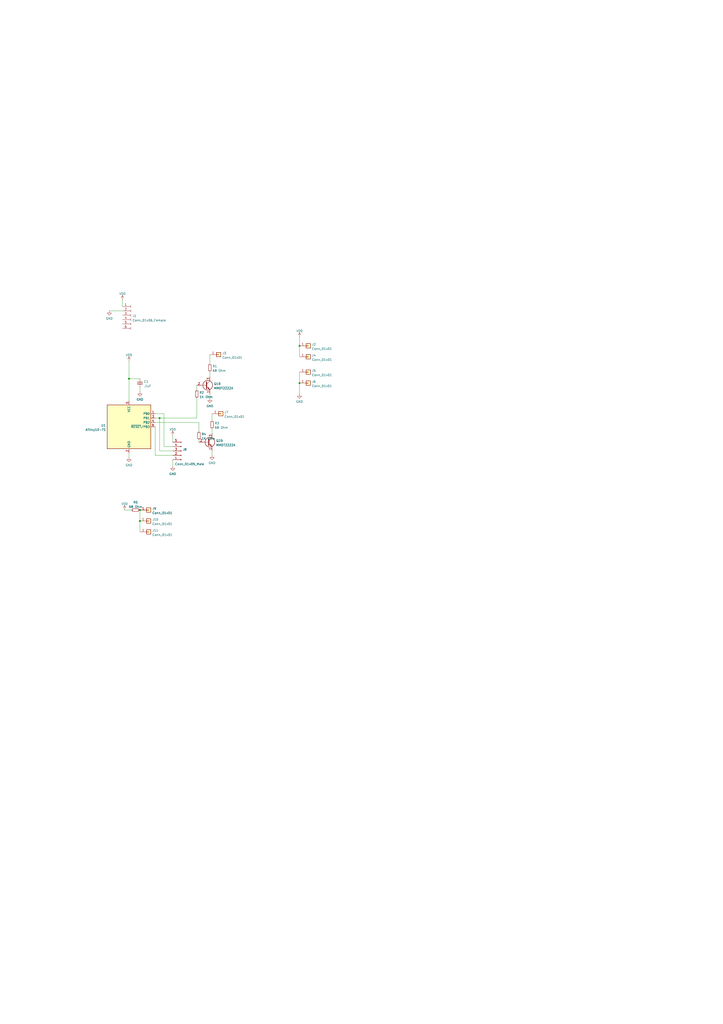
<source format=kicad_sch>
(kicad_sch (version 20211123) (generator eeschema)
  (paper "A2" portrait)
  (lib_symbols
    (symbol "Connector:Conn_01x05_Male" (pin_names (offset 1.016) hide)
      (property "Reference" "J" (at 0 7.62 0))
      (property "Value" "Conn_01x05_Male" (at 0 -7.62 0))
      (symbol "Conn_01x05_Male_1_1"
        (polyline (pts (xy 1.27 -5.08) (xy 0.8636 -5.08)) (stroke (width 0.1524)))
        (polyline (pts (xy 1.27 -2.54) (xy 0.8636 -2.54)) (stroke (width 0.1524)))
        (polyline (pts (xy 1.27 0) (xy 0.8636 0)) (stroke (width 0.1524)))
        (polyline (pts (xy 1.27 2.54) (xy 0.8636 2.54)) (stroke (width 0.1524)))
        (polyline (pts (xy 1.27 5.08) (xy 0.8636 5.08)) (stroke (width 0.1524)))
        (rectangle (start 0.8636 -4.953) (end 0 -5.207) (stroke (width 0.1524)) (fill (type outline)))
        (rectangle (start 0.8636 -2.413) (end 0 -2.667) (stroke (width 0.1524)) (fill (type outline)))
        (rectangle (start 0.8636 0.127) (end 0 -0.127) (stroke (width 0.1524)) (fill (type outline)))
        (rectangle (start 0.8636 2.667) (end 0 2.413) (stroke (width 0.1524)) (fill (type outline)))
        (rectangle (start 0.8636 5.207) (end 0 4.953) (stroke (width 0.1524)) (fill (type outline)))
        (pin passive line (at 5.08 5.08 180) (length 3.81) (name "Pin_1") (number "1"))
        (pin passive line (at 5.08 2.54 180) (length 3.81) (name "Pin_2") (number "2"))
        (pin passive line (at 5.08 0 180) (length 3.81) (name "Pin_3") (number "3"))
        (pin passive line (at 5.08 -2.54 180) (length 3.81) (name "Pin_4") (number "4"))
        (pin passive line (at 5.08 -5.08 180) (length 3.81) (name "Pin_5") (number "5"))
      )
    )
    (symbol "Connector:Conn_01x06_Female" (pin_names (offset 1.016) hide)
      (property "Reference" "J" (at 0 7.62 0))
      (property "Value" "Conn_01x06_Female" (at 0 -10.16 0))
      (symbol "Conn_01x06_Female_1_1"
        (arc (start 0 -7.112) (mid -0.508 -7.62) (end 0 -8.128) (stroke (width 0.1524)))
        (arc (start 0 -4.572) (mid -0.508 -5.08) (end 0 -5.588) (stroke (width 0.1524)))
        (arc (start 0 -2.032) (mid -0.508 -2.54) (end 0 -3.048) (stroke (width 0.1524)))
        (polyline (pts (xy -1.27 -7.62) (xy -0.508 -7.62)) (stroke (width 0.1524)))
        (polyline (pts (xy -1.27 -5.08) (xy -0.508 -5.08)) (stroke (width 0.1524)))
        (polyline (pts (xy -1.27 -2.54) (xy -0.508 -2.54)) (stroke (width 0.1524)))
        (polyline (pts (xy -1.27 0) (xy -0.508 0)) (stroke (width 0.1524)))
        (polyline (pts (xy -1.27 2.54) (xy -0.508 2.54)) (stroke (width 0.1524)))
        (polyline (pts (xy -1.27 5.08) (xy -0.508 5.08)) (stroke (width 0.1524)))
        (arc (start 0 0.508) (mid -0.508 0) (end 0 -0.508) (stroke (width 0.1524)))
        (arc (start 0 3.048) (mid -0.508 2.54) (end 0 2.032) (stroke (width 0.1524)))
        (arc (start 0 5.588) (mid -0.508 5.08) (end 0 4.572) (stroke (width 0.1524)))
        (pin passive line (at -5.08 5.08 0) (length 3.81) (name "Pin_1") (number "1"))
        (pin passive line (at -5.08 2.54 0) (length 3.81) (name "Pin_2") (number "2"))
        (pin passive line (at -5.08 0 0) (length 3.81) (name "Pin_3") (number "3"))
        (pin passive line (at -5.08 -2.54 0) (length 3.81) (name "Pin_4") (number "4"))
        (pin passive line (at -5.08 -5.08 0) (length 3.81) (name "Pin_5") (number "5"))
        (pin passive line (at -5.08 -7.62 0) (length 3.81) (name "Pin_6") (number "6"))
      )
    )
    (symbol "Connector_Generic:Conn_01x01" (pin_names (offset 1.016) hide)
      (property "Reference" "J" (at 0 2.54 0))
      (property "Value" "Conn_01x01" (at 0 -2.54 0))
      (symbol "Conn_01x01_1_1"
        (rectangle (start -1.27 0.127) (end 0 -0.127) (stroke (width 0.1524)))
        (rectangle (start -1.27 1.27) (end 1.27 -1.27) (stroke (width 0.254)) (fill (type background)))
        (pin passive line (at -5.08 0 0) (length 3.81) (name "Pin_1") (number "1"))
      )
    )
    (symbol "Device:C_Small" (pin_numbers hide) (pin_names (offset 0.254) hide)
      (property "Reference" "C" (at 0.254 1.778 0))
      (property "Value" "C_Small" (at 0.254 -2.032 0))
      (symbol "C_Small_0_1"
        (polyline (pts (xy -1.524 -0.508) (xy 1.524 -0.508)) (stroke (width 0.3302)))
        (polyline (pts (xy -1.524 0.508) (xy 1.524 0.508)) (stroke (width 0.3048)))
      )
      (symbol "C_Small_1_1"
        (pin passive line (at 0 2.54 270) (length 2.032) (name "~") (number "1"))
        (pin passive line (at 0 -2.54 90) (length 2.032) (name "~") (number "2"))
      )
    )
    (symbol "Device:R_Small" (pin_numbers hide) (pin_names (offset 0.254) hide)
      (property "Reference" "R" (at 0.762 0.508 0))
      (property "Value" "R_Small" (at 0.762 -1.016 0))
      (symbol "R_Small_0_1"
        (rectangle (start -0.762 1.778) (end 0.762 -1.778) (stroke (width 0.2032)))
      )
      (symbol "R_Small_1_1"
        (pin passive line (at 0 2.54 270) (length 0.762) (name "~") (number "1"))
        (pin passive line (at 0 -2.54 90) (length 0.762) (name "~") (number "2"))
      )
    )
    (symbol "MCU_Microchip_ATtiny:ATtiny10-TS"
      (property "Reference" "U" (at -12.7 13.97 0))
      (property "Value" "ATtiny10-TS" (at 2.54 -13.97 0))
      (symbol "ATtiny10-TS_0_1"
        (rectangle (start -12.7 -12.7) (end 12.7 12.7) (stroke (width 0.254)) (fill (type background)))
      )
      (symbol "ATtiny10-TS_1_1"
        (pin bidirectional line (at 15.24 7.62 180) (length 2.54) (name "PB0") (number "1"))
        (pin power_in line (at 0 -15.24 90) (length 2.54) (name "GND") (number "2"))
        (pin bidirectional line (at 15.24 5.08 180) (length 2.54) (name "PB1") (number "3"))
        (pin bidirectional line (at 15.24 2.54 180) (length 2.54) (name "PB2") (number "4"))
        (pin power_in line (at 0 15.24 270) (length 2.54) (name "VCC") (number "5"))
        (pin bidirectional line (at 15.24 0 180) (length 2.54) (name "~{RESET}/PB3") (number "6"))
      )
    )
    (symbol "MMDT2222A_1" (pin_names (offset 0) hide)
      (property "Reference" "Q?" (at 4.8514 0.8347 0))
      (property "Value" "MMDT2222A" (at 4.8514 -1.7022 0))
      (symbol "MMDT2222A_1_0_1"
        (polyline (pts (xy 0.635 0) (xy -2.54 0)))
        (polyline (pts (xy 0.635 0.635) (xy 2.54 2.54)))
        (polyline (pts (xy 0.635 -0.635) (xy 2.54 -2.54) (xy 2.54 -2.54)))
        (polyline (pts (xy 0.635 1.905) (xy 0.635 -1.905) (xy 0.635 -1.905)) (stroke (width 0.508)))
        (polyline (pts (xy 1.27 -1.778) (xy 1.778 -1.27) (xy 2.286 -2.286) (xy 1.27 -1.778) (xy 1.27 -1.778)) (fill (type outline)))
        (circle (center 1.27 0) (radius 2.8194) (stroke (width 0.254)))
      )
      (symbol "MMDT2222A_1_1_1"
        (pin passive line (at 2.54 -5.08 90) (length 2.54) (name "E1") (number "1"))
        (pin input line (at -5.08 0 0) (length 2.54) (name "B1") (number "2"))
        (pin passive line (at 2.54 5.08 270) (length 2.54) (name "C1") (number "6"))
      )
      (symbol "MMDT2222A_1_2_1"
        (pin passive line (at 2.54 -5.08 90) (length 2.54) (name "E2") (number "1"))
        (pin input line (at -5.08 0 0) (length 2.54) (name "B2") (number "2"))
        (pin passive line (at 2.54 5.08 270) (length 2.54) (name "C2") (number "3"))
      )
    )
    (symbol "power:GND" (power) (pin_names (offset 0))
      (property "Value" "GND" (at 0 -3.81 0))
      (symbol "GND_0_1"
        (polyline (pts (xy 0 0) (xy 0 -1.27) (xy 1.27 -1.27) (xy 0 -2.54) (xy -1.27 -1.27) (xy 0 -1.27)))
      )
      (symbol "GND_1_1"
        (pin power_in line (at 0 0 270) (length 0) hide (name "GND") (number "1"))
      )
    )
    (symbol "power:VDD" (power) (pin_names (offset 0))
      (property "Value" "VDD" (at 0 3.81 0))
      (symbol "VDD_0_1"
        (polyline (pts (xy -0.762 1.27) (xy 0 2.54)))
        (polyline (pts (xy 0 0) (xy 0 2.54)))
        (polyline (pts (xy 0 2.54) (xy 0.762 1.27)))
      )
      (symbol "VDD_1_1"
        (pin power_in line (at 0 0 90) (length 0) hide (name "VDD") (number "1"))
      )
    )
  )
  (junction (at 81.28 295.91))
  (junction (at 173.99 222.25))
  (junction (at 92.71 242.57))
  (junction (at 81.28 302.26))
  (junction (at 173.99 200.66))
  (junction (at 74.93 219.71))
  (wire (pts (xy 121.92 215.9) (xy 121.92 218.44)))
  (wire (pts (xy 72.39 295.91) (xy 76.2 295.91)))
  (wire (pts (xy 95.25 240.03) (xy 95.25 259.08)))
  (wire (pts (xy 90.17 264.16) (xy 100.33 264.16)))
  (wire (pts (xy 173.99 215.9) (xy 173.99 222.25)))
  (wire (pts (xy 90.17 245.11) (xy 115.57 245.11)))
  (wire (pts (xy 74.93 209.55) (xy 74.93 219.71)))
  (wire (pts (xy 90.17 242.57) (xy 92.71 242.57)))
  (wire (pts (xy 123.19 248.92) (xy 123.19 251.46)))
  (wire (pts (xy 121.92 205.74) (xy 121.92 210.82)))
  (wire (pts (xy 92.71 242.57) (xy 92.71 261.62)))
  (wire (pts (xy 114.3 231.14) (xy 114.3 242.57)))
  (wire (pts (xy 63.5 180.34) (xy 71.12 180.34)))
  (wire (pts (xy 173.99 200.66) (xy 173.99 207.01)))
  (wire (pts (xy 81.28 295.91) (xy 81.28 302.26)))
  (wire (pts (xy 74.93 219.71) (xy 81.28 219.71)))
  (wire (pts (xy 173.99 222.25) (xy 173.99 228.6)))
  (wire (pts (xy 71.12 173.99) (xy 71.12 177.8)))
  (wire (pts (xy 74.93 262.89) (xy 74.93 265.43)))
  (wire (pts (xy 100.33 266.7) (xy 100.33 270.51)))
  (wire (pts (xy 81.28 224.79) (xy 81.28 227.33)))
  (wire (pts (xy 173.99 195.58) (xy 173.99 200.66)))
  (wire (pts (xy 121.92 228.6) (xy 121.92 231.14)))
  (wire (pts (xy 81.28 302.26) (xy 81.28 308.61)))
  (wire (pts (xy 123.19 261.62) (xy 123.19 264.16)))
  (wire (pts (xy 115.57 255.27) (xy 115.57 256.54)))
  (wire (pts (xy 100.33 252.73) (xy 100.33 256.54)))
  (wire (pts (xy 95.25 259.08) (xy 100.33 259.08)))
  (wire (pts (xy 92.71 261.62) (xy 100.33 261.62)))
  (wire (pts (xy 90.17 240.03) (xy 95.25 240.03)))
  (wire (pts (xy 92.71 242.57) (xy 114.3 242.57)))
  (wire (pts (xy 115.57 245.11) (xy 115.57 250.19)))
  (wire (pts (xy 90.17 247.65) (xy 90.17 264.16)))
  (wire (pts (xy 74.93 219.71) (xy 74.93 232.41)))
  (wire (pts (xy 114.3 223.52) (xy 114.3 226.06)))
  (wire (pts (xy 123.19 240.03) (xy 123.19 243.84)))
  (symbol (lib_id "power:GND") (at 81.28 227.33 0) (unit 1)
    (property "Reference" "#PWR05" (effects hide))
    (property "Value" "GND" (at 81.28 231.7734 0))
  )
  (symbol (lib_id "Connector:Conn_01x06_Female") (at 76.2 182.88 0) (unit 1)
    (property "Reference" "J1" (at 76.9112 183.3153 0) (effects (justify left)))
    (property "Value" "Conn_01x06_Female" (at 76.9112 185.8522 0) (effects (justify left)))
    (property "Footprint" "Connector_PinHeader_2.54mm:PinHeader_2x03_P2.54mm_Vertical" (effects hide))
  )
  (symbol (lib_id "power:GND") (at 100.33 270.51 0) (unit 1)
    (property "Reference" "#PWR011" (effects hide))
    (property "Value" "GND" (at 100.33 274.9534 0))
  )
  (symbol (lib_id "Device:R_Small") (at 123.19 246.38 180) (unit 1)
    (property "Reference" "R3" (at 124.6886 245.5453 0) (effects (justify right)))
    (property "Value" "68 Ohm" (at 124.6886 248.0822 0) (effects (justify right)))
    (property "Footprint" "Resistor_SMD:R_0603_1608Metric_Pad0.98x0.95mm_HandSolder" (effects hide))
  )
  (symbol (lib_name "MMDT2222A_1") (lib_id "Transistor_BJT:MMDT2222A") (at 120.65 256.54 0) (unit 2)
    (property "Reference" "Q2" (at 125.5014 255.7053 0) (effects (justify left)))
    (property "Value" "MMDT2222A" (at 125.5014 258.2422 0) (effects (justify left)))
    (property "Footprint" "Package_TO_SOT_SMD:SOT-23" (effects hide))
    (property "Datasheet" "http://www.diodes.com/_files/datasheets/ds30125.pdf" (effects hide))
  )
  (symbol (lib_id "Connector_Generic:Conn_01x01") (at 179.07 200.66 0) (unit 1)
    (property "Reference" "J2" (at 181.102 199.8253 0) (effects (justify left)))
    (property "Value" "Conn_01x01" (at 181.102 202.3622 0) (effects (justify left)))
    (property "Footprint" "TestPoint:TestPoint_Pad_2.0x2.0mm" (effects hide))
  )
  (symbol (lib_id "Device:R_Small") (at 121.92 213.36 180) (unit 1)
    (property "Reference" "R1" (at 123.4186 212.5253 0) (effects (justify right)))
    (property "Value" "68 Ohm" (at 123.4186 215.0622 0) (effects (justify right)))
    (property "Footprint" "Resistor_SMD:R_0603_1608Metric_Pad0.98x0.95mm_HandSolder" (effects hide))
  )
  (symbol (lib_id "power:VDD") (at 71.12 173.99 0) (unit 1)
    (property "Reference" "#PWR01" (effects hide))
    (property "Value" "VDD" (at 71.12 170.4142 0))
  )
  (symbol (lib_id "Device:R_Small") (at 114.3 228.6 180) (unit 1)
    (property "Reference" "R2" (at 115.7986 227.7653 0) (effects (justify right)))
    (property "Value" "1K Ohm" (at 115.7986 230.3022 0) (effects (justify right)))
    (property "Footprint" "Resistor_SMD:R_0603_1608Metric_Pad0.98x0.95mm_HandSolder" (effects hide))
  )
  (symbol (lib_id "Connector_Generic:Conn_01x01") (at 179.07 222.25 0) (unit 1)
    (property "Reference" "J6" (at 181.102 221.4153 0) (effects (justify left)))
    (property "Value" "Conn_01x01" (at 181.102 223.9522 0) (effects (justify left)))
    (property "Footprint" "TestPoint:TestPoint_Pad_2.0x2.0mm" (effects hide))
  )
  (symbol (lib_id "Connector_Generic:Conn_01x01") (at 86.36 308.61 0) (unit 1)
    (property "Reference" "J11" (at 88.392 307.7753 0) (effects (justify left)))
    (property "Value" "Conn_01x01" (at 88.392 310.3122 0) (effects (justify left)))
    (property "Footprint" "TestPoint:TestPoint_Pad_2.0x2.0mm" (effects hide))
  )
  (symbol (lib_id "Device:R_Small") (at 78.74 295.91 90) (unit 1)
    (property "Reference" "R5" (at 78.74 291.4736 90))
    (property "Value" "68 Ohm" (at 78.74 294.0105 90))
    (property "Footprint" "Resistor_SMD:R_0603_1608Metric_Pad0.98x0.95mm_HandSolder" (effects hide))
  )
  (symbol (lib_id "power:GND") (at 123.19 264.16 0) (unit 1)
    (property "Reference" "#PWR09" (effects hide))
    (property "Value" "GND" (at 123.19 268.6034 0))
  )
  (symbol (lib_id "Connector_Generic:Conn_01x01") (at 86.36 295.91 0) (unit 1)
    (property "Reference" "J9" (at 88.392 295.0753 0) (effects (justify left)))
    (property "Value" "Conn_01x01" (at 88.392 297.6122 0) (effects (justify left)))
    (property "Footprint" "TestPoint:TestPoint_Pad_2.0x2.0mm" (effects hide))
  )
  (symbol (lib_id "Device:R_Small") (at 115.57 252.73 180) (unit 1)
    (property "Reference" "R4" (at 117.0686 251.8953 0) (effects (justify right)))
    (property "Value" "1K Ohm" (at 117.0686 254.4322 0) (effects (justify right)))
    (property "Footprint" "Resistor_SMD:R_0603_1608Metric_Pad0.98x0.95mm_HandSolder" (effects hide))
  )
  (symbol (lib_id "power:VDD") (at 100.33 252.73 0) (unit 1)
    (property "Reference" "#PWR08" (effects hide))
    (property "Value" "VDD" (at 100.33 249.1542 0))
  )
  (symbol (lib_id "MCU_Microchip_ATtiny:ATtiny10-TS") (at 74.93 247.65 0) (unit 1)
    (property "Reference" "U1" (at 61.4681 246.8153 0) (effects (justify right)))
    (property "Value" "ATtiny10-TS" (at 61.4681 249.3522 0) (effects (justify right)))
    (property "Footprint" "Package_TO_SOT_SMD:SOT-23-6" (effects hide))
    (property "Datasheet" "http://ww1.microchip.com/downloads/en/DeviceDoc/Atmel-8127-AVR-8-bit-Microcontroller-ATtiny4-ATtiny5-ATtiny9-ATtiny10_Datasheet.pdf" (effects hide))
  )
  (symbol (lib_id "Connector_Generic:Conn_01x01") (at 86.36 302.26 0) (unit 1)
    (property "Reference" "J10" (at 88.392 301.4253 0) (effects (justify left)))
    (property "Value" "Conn_01x01" (at 88.392 303.9622 0) (effects (justify left)))
    (property "Footprint" "TestPoint:TestPoint_Pad_2.0x2.0mm" (effects hide))
  )
  (symbol (lib_id "Connector:Conn_01x05_Male") (at 105.41 261.62 180) (unit 1)
    (property "Reference" "J8" (at 106.1212 260.7853 0) (effects (justify right)))
    (property "Value" "Conn_01x05_Male" (at 101.6 269.24 0) (effects (justify right)))
    (property "Footprint" "Connector_PinHeader_2.54mm:PinHeader_1x05_P2.54mm_Vertical" (effects hide))
  )
  (symbol (lib_id "power:VDD") (at 173.99 195.58 0) (unit 1)
    (property "Reference" "#PWR03" (effects hide))
    (property "Value" "VDD" (at 173.99 192.0042 0))
  )
  (symbol (lib_id "power:VDD") (at 72.39 295.91 0) (unit 1)
    (property "Reference" "#PWR012" (effects hide))
    (property "Value" "VDD" (at 72.39 292.3342 0))
  )
  (symbol (lib_id "power:GND") (at 173.99 228.6 0) (unit 1)
    (property "Reference" "#PWR06" (effects hide))
    (property "Value" "GND" (at 173.99 233.0434 0))
  )
  (symbol (lib_id "power:GND") (at 63.5 180.34 0) (unit 1)
    (property "Reference" "#PWR02" (effects hide))
    (property "Value" "GND" (at 63.5 184.7834 0))
  )
  (symbol (lib_name "MMDT2222A_1") (lib_id "Transistor_BJT:MMDT2222A") (at 119.38 223.52 0) (unit 2)
    (property "Reference" "Q1" (at 124.2314 222.6853 0) (effects (justify left)))
    (property "Value" "MMDT2222A" (at 124.2314 225.2222 0) (effects (justify left)))
    (property "Footprint" "Package_TO_SOT_SMD:SOT-23" (effects hide))
    (property "Datasheet" "http://www.diodes.com/_files/datasheets/ds30125.pdf" (effects hide))
  )
  (symbol (lib_id "power:GND") (at 74.93 265.43 0) (unit 1)
    (property "Reference" "#PWR010" (effects hide))
    (property "Value" "GND" (at 74.93 269.8734 0))
  )
  (symbol (lib_id "power:VDD") (at 74.93 209.55 0) (unit 1)
    (property "Reference" "#PWR04" (effects hide))
    (property "Value" "VDD" (at 74.93 205.9742 0))
  )
  (symbol (lib_id "Connector_Generic:Conn_01x01") (at 127 205.74 0) (unit 1)
    (property "Reference" "J3" (at 129.032 204.9053 0) (effects (justify left)))
    (property "Value" "Conn_01x01" (at 129.032 207.4422 0) (effects (justify left)))
    (property "Footprint" "TestPoint:TestPoint_Pad_2.0x2.0mm" (effects hide))
  )
  (symbol (lib_id "power:GND") (at 121.92 231.14 0) (unit 1)
    (property "Reference" "#PWR07" (effects hide))
    (property "Value" "GND" (at 121.92 235.5834 0))
  )
  (symbol (lib_id "Connector_Generic:Conn_01x01") (at 128.27 240.03 0) (unit 1)
    (property "Reference" "J7" (at 130.302 239.1953 0) (effects (justify left)))
    (property "Value" "Conn_01x01" (at 130.302 241.7322 0) (effects (justify left)))
    (property "Footprint" "TestPoint:TestPoint_Pad_2.0x2.0mm" (effects hide))
  )
  (symbol (lib_id "Device:C_Small") (at 81.28 222.25 0) (unit 1)
    (property "Reference" "C1" (at 83.6041 221.4216 0) (effects (justify left)))
    (property "Value" ".1uF" (at 83.6041 223.9585 0) (effects (justify left)))
    (property "Footprint" "Capacitor_SMD:C_0603_1608Metric_Pad1.08x0.95mm_HandSolder" (effects hide))
  )
  (symbol (lib_id "Connector_Generic:Conn_01x01") (at 179.07 215.9 0) (unit 1)
    (property "Reference" "J5" (at 181.102 215.0653 0) (effects (justify left)))
    (property "Value" "Conn_01x01" (at 181.102 217.6022 0) (effects (justify left)))
    (property "Footprint" "TestPoint:TestPoint_Pad_2.0x2.0mm" (effects hide))
  )
  (symbol (lib_id "Connector_Generic:Conn_01x01") (at 179.07 207.01 0) (unit 1)
    (property "Reference" "J4" (at 181.102 206.1753 0) (effects (justify left)))
    (property "Value" "Conn_01x01" (at 181.102 208.7122 0) (effects (justify left)))
    (property "Footprint" "TestPoint:TestPoint_Pad_2.0x2.0mm" (effects hide))
  )
)
</source>
